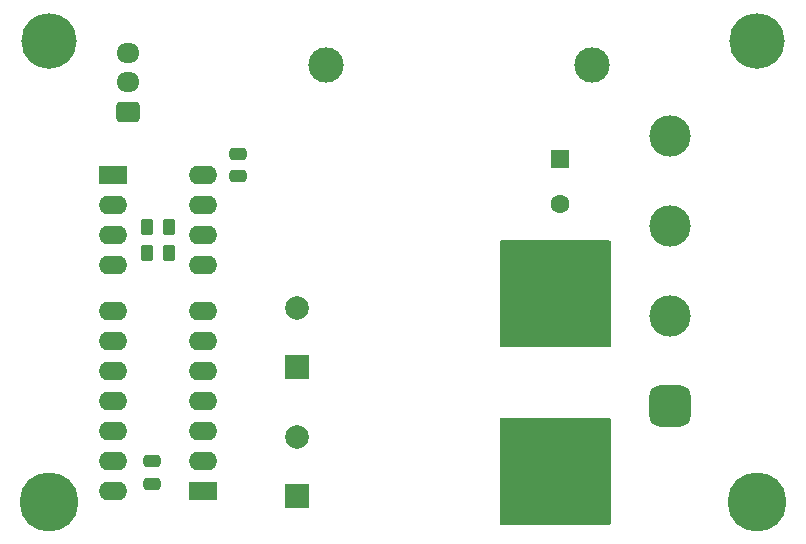
<source format=gbr>
%TF.GenerationSoftware,KiCad,Pcbnew,(6.0.2)*%
%TF.CreationDate,2022-03-25T17:55:46+07:00*%
%TF.ProjectId,Driver_motor_V02,44726976-6572-45f6-9d6f-746f725f5630,rev?*%
%TF.SameCoordinates,Original*%
%TF.FileFunction,Soldermask,Bot*%
%TF.FilePolarity,Negative*%
%FSLAX46Y46*%
G04 Gerber Fmt 4.6, Leading zero omitted, Abs format (unit mm)*
G04 Created by KiCad (PCBNEW (6.0.2)) date 2022-03-25 17:55:46*
%MOMM*%
%LPD*%
G01*
G04 APERTURE LIST*
G04 Aperture macros list*
%AMRoundRect*
0 Rectangle with rounded corners*
0 $1 Rounding radius*
0 $2 $3 $4 $5 $6 $7 $8 $9 X,Y pos of 4 corners*
0 Add a 4 corners polygon primitive as box body*
4,1,4,$2,$3,$4,$5,$6,$7,$8,$9,$2,$3,0*
0 Add four circle primitives for the rounded corners*
1,1,$1+$1,$2,$3*
1,1,$1+$1,$4,$5*
1,1,$1+$1,$6,$7*
1,1,$1+$1,$8,$9*
0 Add four rect primitives between the rounded corners*
20,1,$1+$1,$2,$3,$4,$5,0*
20,1,$1+$1,$4,$5,$6,$7,0*
20,1,$1+$1,$6,$7,$8,$9,0*
20,1,$1+$1,$8,$9,$2,$3,0*%
G04 Aperture macros list end*
%ADD10RoundRect,0.250000X0.725000X-0.600000X0.725000X0.600000X-0.725000X0.600000X-0.725000X-0.600000X0*%
%ADD11O,1.950000X1.700000*%
%ADD12R,2.000000X2.000000*%
%ADD13C,2.000000*%
%ADD14C,4.700000*%
%ADD15R,2.400000X1.600000*%
%ADD16O,2.400000X1.600000*%
%ADD17C,5.000000*%
%ADD18R,1.600000X1.600000*%
%ADD19C,1.600000*%
%ADD20RoundRect,0.875000X0.875000X-0.875000X0.875000X0.875000X-0.875000X0.875000X-0.875000X-0.875000X0*%
%ADD21C,3.500000*%
%ADD22C,3.000000*%
%ADD23RoundRect,0.250000X0.262500X0.450000X-0.262500X0.450000X-0.262500X-0.450000X0.262500X-0.450000X0*%
%ADD24RoundRect,0.250000X-0.475000X0.250000X-0.475000X-0.250000X0.475000X-0.250000X0.475000X0.250000X0*%
%ADD25RoundRect,0.250000X0.475000X-0.250000X0.475000X0.250000X-0.475000X0.250000X-0.475000X-0.250000X0*%
G04 APERTURE END LIST*
D10*
%TO.C,J2*%
X115225000Y-95750000D03*
D11*
X115225000Y-93250000D03*
X115225000Y-90750000D03*
%TD*%
D12*
%TO.C,C1*%
X129500000Y-117367677D03*
D13*
X129500000Y-112367677D03*
%TD*%
D14*
%TO.C,REF\u002A\u002A*%
X108500000Y-89750000D03*
%TD*%
D15*
%TO.C,U3*%
X113975000Y-101075000D03*
D16*
X113975000Y-103615000D03*
X113975000Y-106155000D03*
X113975000Y-108695000D03*
X121595000Y-108695000D03*
X121595000Y-106155000D03*
X121595000Y-103615000D03*
X121595000Y-101075000D03*
%TD*%
D17*
%TO.C,REF\u002A\u002A*%
X108500000Y-128750000D03*
%TD*%
D18*
%TO.C,C2*%
X151750000Y-99747349D03*
D19*
X151750000Y-103547349D03*
%TD*%
D20*
%TO.C,J1*%
X161125000Y-120680000D03*
D21*
X161125000Y-113060000D03*
X161125000Y-105440000D03*
X161125000Y-97820000D03*
%TD*%
D17*
%TO.C,REF\u002A\u002A*%
X168500000Y-128750000D03*
%TD*%
D12*
%TO.C,C5*%
X129500000Y-128250000D03*
D13*
X129500000Y-123250000D03*
%TD*%
D22*
%TO.C,F1*%
X154500000Y-91750000D03*
X132000000Y-91750000D03*
%TD*%
D14*
%TO.C,REF\u002A\u002A*%
X168500000Y-89750000D03*
%TD*%
D15*
%TO.C,U2*%
X121550000Y-127830000D03*
D16*
X121550000Y-125290000D03*
X121550000Y-122750000D03*
X121550000Y-120210000D03*
X121550000Y-117670000D03*
X121550000Y-115130000D03*
X121550000Y-112590000D03*
X113930000Y-112590000D03*
X113930000Y-115130000D03*
X113930000Y-117670000D03*
X113930000Y-120210000D03*
X113930000Y-122750000D03*
X113930000Y-125290000D03*
X113930000Y-127830000D03*
%TD*%
D23*
%TO.C,R13*%
X118662500Y-107750000D03*
X116837500Y-107750000D03*
%TD*%
%TO.C,R12*%
X118662500Y-105500000D03*
X116837500Y-105500000D03*
%TD*%
D24*
%TO.C,C7*%
X124500000Y-99300000D03*
X124500000Y-101200000D03*
%TD*%
D25*
%TO.C,C6*%
X117250000Y-127250000D03*
X117250000Y-125350000D03*
%TD*%
G36*
X156032979Y-121670002D02*
G01*
X156079472Y-121723658D01*
X156090858Y-121776000D01*
X156090858Y-130574000D01*
X156070856Y-130642121D01*
X156017200Y-130688614D01*
X155964858Y-130700000D01*
X146816858Y-130700000D01*
X146748737Y-130679998D01*
X146702244Y-130626342D01*
X146690858Y-130574000D01*
X146690858Y-121776000D01*
X146710860Y-121707879D01*
X146764516Y-121661386D01*
X146816858Y-121650000D01*
X155964858Y-121650000D01*
X156032979Y-121670002D01*
G37*
G36*
X156042121Y-106670002D02*
G01*
X156088614Y-106723658D01*
X156100000Y-106776000D01*
X156100000Y-115574000D01*
X156079998Y-115642121D01*
X156026342Y-115688614D01*
X155974000Y-115700000D01*
X146826000Y-115700000D01*
X146757879Y-115679998D01*
X146711386Y-115626342D01*
X146700000Y-115574000D01*
X146700000Y-106776000D01*
X146720002Y-106707879D01*
X146773658Y-106661386D01*
X146826000Y-106650000D01*
X155974000Y-106650000D01*
X156042121Y-106670002D01*
G37*
G36*
X156042121Y-106670002D02*
G01*
X156088614Y-106723658D01*
X156100000Y-106776000D01*
X156100000Y-115574000D01*
X156079998Y-115642121D01*
X156026342Y-115688614D01*
X155974000Y-115700000D01*
X146826000Y-115700000D01*
X146757879Y-115679998D01*
X146711386Y-115626342D01*
X146700000Y-115574000D01*
X146700000Y-106776000D01*
X146720002Y-106707879D01*
X146773658Y-106661386D01*
X146826000Y-106650000D01*
X155974000Y-106650000D01*
X156042121Y-106670002D01*
G37*
M02*

</source>
